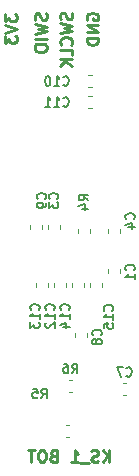
<source format=gbr>
G04 #@! TF.GenerationSoftware,KiCad,Pcbnew,(5.0.2)-1*
G04 #@! TF.CreationDate,2022-05-07T19:17:56+02:00*
G04 #@! TF.ProjectId,Pendrive_v1,50656e64-7269-4766-955f-76312e6b6963,rev?*
G04 #@! TF.SameCoordinates,Original*
G04 #@! TF.FileFunction,Legend,Bot*
G04 #@! TF.FilePolarity,Positive*
%FSLAX46Y46*%
G04 Gerber Fmt 4.6, Leading zero omitted, Abs format (unit mm)*
G04 Created by KiCad (PCBNEW (5.0.2)-1) date 07.05.2022 19:17:56*
%MOMM*%
%LPD*%
G01*
G04 APERTURE LIST*
%ADD10C,0.250000*%
%ADD11C,0.120000*%
%ADD12C,0.150000*%
G04 APERTURE END LIST*
D10*
X111880952Y-140952380D02*
X111880952Y-139952380D01*
X111309523Y-140952380D02*
X111738095Y-140380952D01*
X111309523Y-139952380D02*
X111880952Y-140523809D01*
X110928571Y-140904761D02*
X110785714Y-140952380D01*
X110547619Y-140952380D01*
X110452380Y-140904761D01*
X110404761Y-140857142D01*
X110357142Y-140761904D01*
X110357142Y-140666666D01*
X110404761Y-140571428D01*
X110452380Y-140523809D01*
X110547619Y-140476190D01*
X110738095Y-140428571D01*
X110833333Y-140380952D01*
X110880952Y-140333333D01*
X110928571Y-140238095D01*
X110928571Y-140142857D01*
X110880952Y-140047619D01*
X110833333Y-140000000D01*
X110738095Y-139952380D01*
X110500000Y-139952380D01*
X110357142Y-140000000D01*
X110166666Y-141047619D02*
X109404761Y-141047619D01*
X108642857Y-140952380D02*
X109214285Y-140952380D01*
X108928571Y-140952380D02*
X108928571Y-139952380D01*
X109023809Y-140095238D01*
X109119047Y-140190476D01*
X109214285Y-140238095D01*
X107119047Y-140428571D02*
X106976190Y-140476190D01*
X106928571Y-140523809D01*
X106880952Y-140619047D01*
X106880952Y-140761904D01*
X106928571Y-140857142D01*
X106976190Y-140904761D01*
X107071428Y-140952380D01*
X107452380Y-140952380D01*
X107452380Y-139952380D01*
X107119047Y-139952380D01*
X107023809Y-140000000D01*
X106976190Y-140047619D01*
X106928571Y-140142857D01*
X106928571Y-140238095D01*
X106976190Y-140333333D01*
X107023809Y-140380952D01*
X107119047Y-140428571D01*
X107452380Y-140428571D01*
X106261904Y-139952380D02*
X106071428Y-139952380D01*
X105976190Y-140000000D01*
X105880952Y-140095238D01*
X105833333Y-140285714D01*
X105833333Y-140619047D01*
X105880952Y-140809523D01*
X105976190Y-140904761D01*
X106071428Y-140952380D01*
X106261904Y-140952380D01*
X106357142Y-140904761D01*
X106452380Y-140809523D01*
X106500000Y-140619047D01*
X106500000Y-140285714D01*
X106452380Y-140095238D01*
X106357142Y-140000000D01*
X106261904Y-139952380D01*
X105547619Y-139952380D02*
X104976190Y-139952380D01*
X105261904Y-140952380D02*
X105261904Y-139952380D01*
X109990000Y-103505095D02*
X109942380Y-103409857D01*
X109942380Y-103267000D01*
X109990000Y-103124142D01*
X110085238Y-103028904D01*
X110180476Y-102981285D01*
X110370952Y-102933666D01*
X110513809Y-102933666D01*
X110704285Y-102981285D01*
X110799523Y-103028904D01*
X110894761Y-103124142D01*
X110942380Y-103267000D01*
X110942380Y-103362238D01*
X110894761Y-103505095D01*
X110847142Y-103552714D01*
X110513809Y-103552714D01*
X110513809Y-103362238D01*
X110942380Y-103981285D02*
X109942380Y-103981285D01*
X110942380Y-104552714D01*
X109942380Y-104552714D01*
X110942380Y-105028904D02*
X109942380Y-105028904D01*
X109942380Y-105267000D01*
X109990000Y-105409857D01*
X110085238Y-105505095D01*
X110180476Y-105552714D01*
X110370952Y-105600333D01*
X110513809Y-105600333D01*
X110704285Y-105552714D01*
X110799523Y-105505095D01*
X110894761Y-105409857D01*
X110942380Y-105267000D01*
X110942380Y-105028904D01*
X108672261Y-102894095D02*
X108719880Y-103036952D01*
X108719880Y-103275047D01*
X108672261Y-103370285D01*
X108624642Y-103417904D01*
X108529404Y-103465523D01*
X108434166Y-103465523D01*
X108338928Y-103417904D01*
X108291309Y-103370285D01*
X108243690Y-103275047D01*
X108196071Y-103084571D01*
X108148452Y-102989333D01*
X108100833Y-102941714D01*
X108005595Y-102894095D01*
X107910357Y-102894095D01*
X107815119Y-102941714D01*
X107767500Y-102989333D01*
X107719880Y-103084571D01*
X107719880Y-103322666D01*
X107767500Y-103465523D01*
X107719880Y-103798857D02*
X108719880Y-104036952D01*
X108005595Y-104227428D01*
X108719880Y-104417904D01*
X107719880Y-104656000D01*
X108624642Y-105608380D02*
X108672261Y-105560761D01*
X108719880Y-105417904D01*
X108719880Y-105322666D01*
X108672261Y-105179809D01*
X108577023Y-105084571D01*
X108481785Y-105036952D01*
X108291309Y-104989333D01*
X108148452Y-104989333D01*
X107957976Y-105036952D01*
X107862738Y-105084571D01*
X107767500Y-105179809D01*
X107719880Y-105322666D01*
X107719880Y-105417904D01*
X107767500Y-105560761D01*
X107815119Y-105608380D01*
X108719880Y-106513142D02*
X108719880Y-106036952D01*
X107719880Y-106036952D01*
X108719880Y-106846476D02*
X107719880Y-106846476D01*
X108719880Y-107417904D02*
X108148452Y-106989333D01*
X107719880Y-107417904D02*
X108291309Y-106846476D01*
X106513261Y-102965452D02*
X106560880Y-103108309D01*
X106560880Y-103346404D01*
X106513261Y-103441642D01*
X106465642Y-103489261D01*
X106370404Y-103536880D01*
X106275166Y-103536880D01*
X106179928Y-103489261D01*
X106132309Y-103441642D01*
X106084690Y-103346404D01*
X106037071Y-103155928D01*
X105989452Y-103060690D01*
X105941833Y-103013071D01*
X105846595Y-102965452D01*
X105751357Y-102965452D01*
X105656119Y-103013071D01*
X105608500Y-103060690D01*
X105560880Y-103155928D01*
X105560880Y-103394023D01*
X105608500Y-103536880D01*
X105560880Y-103870214D02*
X106560880Y-104108309D01*
X105846595Y-104298785D01*
X106560880Y-104489261D01*
X105560880Y-104727357D01*
X106560880Y-105108309D02*
X105560880Y-105108309D01*
X105560880Y-105774976D02*
X105560880Y-105965452D01*
X105608500Y-106060690D01*
X105703738Y-106155928D01*
X105894214Y-106203547D01*
X106227547Y-106203547D01*
X106418023Y-106155928D01*
X106513261Y-106060690D01*
X106560880Y-105965452D01*
X106560880Y-105774976D01*
X106513261Y-105679738D01*
X106418023Y-105584500D01*
X106227547Y-105536880D01*
X105894214Y-105536880D01*
X105703738Y-105584500D01*
X105608500Y-105679738D01*
X105560880Y-105774976D01*
X103020880Y-103028904D02*
X103020880Y-103647952D01*
X103401833Y-103314619D01*
X103401833Y-103457476D01*
X103449452Y-103552714D01*
X103497071Y-103600333D01*
X103592309Y-103647952D01*
X103830404Y-103647952D01*
X103925642Y-103600333D01*
X103973261Y-103552714D01*
X104020880Y-103457476D01*
X104020880Y-103171761D01*
X103973261Y-103076523D01*
X103925642Y-103028904D01*
X103020880Y-103933666D02*
X104020880Y-104267000D01*
X103020880Y-104600333D01*
X103020880Y-104838428D02*
X103020880Y-105457476D01*
X103401833Y-105124142D01*
X103401833Y-105267000D01*
X103449452Y-105362238D01*
X103497071Y-105409857D01*
X103592309Y-105457476D01*
X103830404Y-105457476D01*
X103925642Y-105409857D01*
X103973261Y-105362238D01*
X104020880Y-105267000D01*
X104020880Y-104981285D01*
X103973261Y-104886047D01*
X103925642Y-104838428D01*
D11*
G04 #@! TO.C,R5*
X108493779Y-138813000D02*
X108168221Y-138813000D01*
X108493779Y-137793000D02*
X108168221Y-137793000D01*
G04 #@! TO.C,R6*
X108747779Y-133983000D02*
X108422221Y-133983000D01*
X108747779Y-135003000D02*
X108422221Y-135003000D01*
G04 #@! TO.C,C12*
X108206000Y-126146779D02*
X108206000Y-125821221D01*
X107186000Y-126146779D02*
X107186000Y-125821221D01*
G04 #@! TO.C,C13*
X105662000Y-126146779D02*
X105662000Y-125821221D01*
X106682000Y-126146779D02*
X106682000Y-125821221D01*
G04 #@! TO.C,C14*
X109730000Y-126146779D02*
X109730000Y-125821221D01*
X108710000Y-126146779D02*
X108710000Y-125821221D01*
G04 #@! TO.C,C15*
X111254000Y-126146779D02*
X111254000Y-125821221D01*
X110234000Y-126146779D02*
X110234000Y-125821221D01*
G04 #@! TO.C,C11*
X110073221Y-109980000D02*
X110398779Y-109980000D01*
X110073221Y-111000000D02*
X110398779Y-111000000D01*
G04 #@! TO.C,C10*
X110073221Y-109222000D02*
X110398779Y-109222000D01*
X110073221Y-108202000D02*
X110398779Y-108202000D01*
G04 #@! TO.C,C9*
X106174000Y-121193779D02*
X106174000Y-120868221D01*
X105154000Y-121193779D02*
X105154000Y-120868221D01*
G04 #@! TO.C,R4*
X110238000Y-121574779D02*
X110238000Y-121249221D01*
X109218000Y-121574779D02*
X109218000Y-121249221D01*
G04 #@! TO.C,C8*
X108964000Y-130337779D02*
X108964000Y-130012221D01*
X109984000Y-130337779D02*
X109984000Y-130012221D01*
G04 #@! TO.C,C7*
X112994221Y-135257000D02*
X113319779Y-135257000D01*
X112994221Y-134237000D02*
X113319779Y-134237000D01*
G04 #@! TO.C,C4*
X112778000Y-121249221D02*
X112778000Y-121574779D01*
X111758000Y-121249221D02*
X111758000Y-121574779D01*
G04 #@! TO.C,C3*
X106678000Y-120868221D02*
X106678000Y-121193779D01*
X107698000Y-120868221D02*
X107698000Y-121193779D01*
G04 #@! TO.C,C1*
X112778000Y-124957779D02*
X112778000Y-124632221D01*
X111758000Y-124957779D02*
X111758000Y-124632221D01*
G04 #@! TO.C,R5*
D12*
X106114833Y-135553404D02*
X106381500Y-135172452D01*
X106571976Y-135553404D02*
X106571976Y-134753404D01*
X106267214Y-134753404D01*
X106191023Y-134791500D01*
X106152928Y-134829595D01*
X106114833Y-134905785D01*
X106114833Y-135020071D01*
X106152928Y-135096261D01*
X106191023Y-135134357D01*
X106267214Y-135172452D01*
X106571976Y-135172452D01*
X105391023Y-134753404D02*
X105771976Y-134753404D01*
X105810071Y-135134357D01*
X105771976Y-135096261D01*
X105695785Y-135058166D01*
X105505309Y-135058166D01*
X105429119Y-135096261D01*
X105391023Y-135134357D01*
X105352928Y-135210547D01*
X105352928Y-135401023D01*
X105391023Y-135477214D01*
X105429119Y-135515309D01*
X105505309Y-135553404D01*
X105695785Y-135553404D01*
X105771976Y-135515309D01*
X105810071Y-135477214D01*
G04 #@! TO.C,R6*
X108718333Y-133424904D02*
X108985000Y-133043952D01*
X109175476Y-133424904D02*
X109175476Y-132624904D01*
X108870714Y-132624904D01*
X108794523Y-132663000D01*
X108756428Y-132701095D01*
X108718333Y-132777285D01*
X108718333Y-132891571D01*
X108756428Y-132967761D01*
X108794523Y-133005857D01*
X108870714Y-133043952D01*
X109175476Y-133043952D01*
X108032619Y-132624904D02*
X108185000Y-132624904D01*
X108261190Y-132663000D01*
X108299285Y-132701095D01*
X108375476Y-132815380D01*
X108413571Y-132967761D01*
X108413571Y-133272523D01*
X108375476Y-133348714D01*
X108337380Y-133386809D01*
X108261190Y-133424904D01*
X108108809Y-133424904D01*
X108032619Y-133386809D01*
X107994523Y-133348714D01*
X107956428Y-133272523D01*
X107956428Y-133082047D01*
X107994523Y-133005857D01*
X108032619Y-132967761D01*
X108108809Y-132929666D01*
X108261190Y-132929666D01*
X108337380Y-132967761D01*
X108375476Y-133005857D01*
X108413571Y-133082047D01*
G04 #@! TO.C,C12*
X107156214Y-128073214D02*
X107194309Y-128035119D01*
X107232404Y-127920833D01*
X107232404Y-127844642D01*
X107194309Y-127730357D01*
X107118119Y-127654166D01*
X107041928Y-127616071D01*
X106889547Y-127577976D01*
X106775261Y-127577976D01*
X106622880Y-127616071D01*
X106546690Y-127654166D01*
X106470500Y-127730357D01*
X106432404Y-127844642D01*
X106432404Y-127920833D01*
X106470500Y-128035119D01*
X106508595Y-128073214D01*
X107232404Y-128835119D02*
X107232404Y-128377976D01*
X107232404Y-128606547D02*
X106432404Y-128606547D01*
X106546690Y-128530357D01*
X106622880Y-128454166D01*
X106660976Y-128377976D01*
X106508595Y-129139880D02*
X106470500Y-129177976D01*
X106432404Y-129254166D01*
X106432404Y-129444642D01*
X106470500Y-129520833D01*
X106508595Y-129558928D01*
X106584785Y-129597023D01*
X106660976Y-129597023D01*
X106775261Y-129558928D01*
X107232404Y-129101785D01*
X107232404Y-129597023D01*
G04 #@! TO.C,C13*
X105886214Y-128073214D02*
X105924309Y-128035119D01*
X105962404Y-127920833D01*
X105962404Y-127844642D01*
X105924309Y-127730357D01*
X105848119Y-127654166D01*
X105771928Y-127616071D01*
X105619547Y-127577976D01*
X105505261Y-127577976D01*
X105352880Y-127616071D01*
X105276690Y-127654166D01*
X105200500Y-127730357D01*
X105162404Y-127844642D01*
X105162404Y-127920833D01*
X105200500Y-128035119D01*
X105238595Y-128073214D01*
X105962404Y-128835119D02*
X105962404Y-128377976D01*
X105962404Y-128606547D02*
X105162404Y-128606547D01*
X105276690Y-128530357D01*
X105352880Y-128454166D01*
X105390976Y-128377976D01*
X105162404Y-129101785D02*
X105162404Y-129597023D01*
X105467166Y-129330357D01*
X105467166Y-129444642D01*
X105505261Y-129520833D01*
X105543357Y-129558928D01*
X105619547Y-129597023D01*
X105810023Y-129597023D01*
X105886214Y-129558928D01*
X105924309Y-129520833D01*
X105962404Y-129444642D01*
X105962404Y-129216071D01*
X105924309Y-129139880D01*
X105886214Y-129101785D01*
G04 #@! TO.C,C14*
X108426214Y-128073214D02*
X108464309Y-128035119D01*
X108502404Y-127920833D01*
X108502404Y-127844642D01*
X108464309Y-127730357D01*
X108388119Y-127654166D01*
X108311928Y-127616071D01*
X108159547Y-127577976D01*
X108045261Y-127577976D01*
X107892880Y-127616071D01*
X107816690Y-127654166D01*
X107740500Y-127730357D01*
X107702404Y-127844642D01*
X107702404Y-127920833D01*
X107740500Y-128035119D01*
X107778595Y-128073214D01*
X108502404Y-128835119D02*
X108502404Y-128377976D01*
X108502404Y-128606547D02*
X107702404Y-128606547D01*
X107816690Y-128530357D01*
X107892880Y-128454166D01*
X107930976Y-128377976D01*
X107969071Y-129520833D02*
X108502404Y-129520833D01*
X107664309Y-129330357D02*
X108235738Y-129139880D01*
X108235738Y-129635119D01*
G04 #@! TO.C,C15*
X112109214Y-128136714D02*
X112147309Y-128098619D01*
X112185404Y-127984333D01*
X112185404Y-127908142D01*
X112147309Y-127793857D01*
X112071119Y-127717666D01*
X111994928Y-127679571D01*
X111842547Y-127641476D01*
X111728261Y-127641476D01*
X111575880Y-127679571D01*
X111499690Y-127717666D01*
X111423500Y-127793857D01*
X111385404Y-127908142D01*
X111385404Y-127984333D01*
X111423500Y-128098619D01*
X111461595Y-128136714D01*
X112185404Y-128898619D02*
X112185404Y-128441476D01*
X112185404Y-128670047D02*
X111385404Y-128670047D01*
X111499690Y-128593857D01*
X111575880Y-128517666D01*
X111613976Y-128441476D01*
X111385404Y-129622428D02*
X111385404Y-129241476D01*
X111766357Y-129203380D01*
X111728261Y-129241476D01*
X111690166Y-129317666D01*
X111690166Y-129508142D01*
X111728261Y-129584333D01*
X111766357Y-129622428D01*
X111842547Y-129660523D01*
X112033023Y-129660523D01*
X112109214Y-129622428D01*
X112147309Y-129584333D01*
X112185404Y-129508142D01*
X112185404Y-129317666D01*
X112147309Y-129241476D01*
X112109214Y-129203380D01*
G04 #@! TO.C,C11*
X107956285Y-110775714D02*
X107994380Y-110813809D01*
X108108666Y-110851904D01*
X108184857Y-110851904D01*
X108299142Y-110813809D01*
X108375333Y-110737619D01*
X108413428Y-110661428D01*
X108451523Y-110509047D01*
X108451523Y-110394761D01*
X108413428Y-110242380D01*
X108375333Y-110166190D01*
X108299142Y-110090000D01*
X108184857Y-110051904D01*
X108108666Y-110051904D01*
X107994380Y-110090000D01*
X107956285Y-110128095D01*
X107194380Y-110851904D02*
X107651523Y-110851904D01*
X107422952Y-110851904D02*
X107422952Y-110051904D01*
X107499142Y-110166190D01*
X107575333Y-110242380D01*
X107651523Y-110280476D01*
X106432476Y-110851904D02*
X106889619Y-110851904D01*
X106661047Y-110851904D02*
X106661047Y-110051904D01*
X106737238Y-110166190D01*
X106813428Y-110242380D01*
X106889619Y-110280476D01*
G04 #@! TO.C,C10*
X107956285Y-108997714D02*
X107994380Y-109035809D01*
X108108666Y-109073904D01*
X108184857Y-109073904D01*
X108299142Y-109035809D01*
X108375333Y-108959619D01*
X108413428Y-108883428D01*
X108451523Y-108731047D01*
X108451523Y-108616761D01*
X108413428Y-108464380D01*
X108375333Y-108388190D01*
X108299142Y-108312000D01*
X108184857Y-108273904D01*
X108108666Y-108273904D01*
X107994380Y-108312000D01*
X107956285Y-108350095D01*
X107194380Y-109073904D02*
X107651523Y-109073904D01*
X107422952Y-109073904D02*
X107422952Y-108273904D01*
X107499142Y-108388190D01*
X107575333Y-108464380D01*
X107651523Y-108502476D01*
X106699142Y-108273904D02*
X106622952Y-108273904D01*
X106546761Y-108312000D01*
X106508666Y-108350095D01*
X106470571Y-108426285D01*
X106432476Y-108578666D01*
X106432476Y-108769142D01*
X106470571Y-108921523D01*
X106508666Y-108997714D01*
X106546761Y-109035809D01*
X106622952Y-109073904D01*
X106699142Y-109073904D01*
X106775333Y-109035809D01*
X106813428Y-108997714D01*
X106851523Y-108921523D01*
X106889619Y-108769142D01*
X106889619Y-108578666D01*
X106851523Y-108426285D01*
X106813428Y-108350095D01*
X106775333Y-108312000D01*
X106699142Y-108273904D01*
G04 #@! TO.C,C9*
X106457714Y-118675166D02*
X106495809Y-118637071D01*
X106533904Y-118522785D01*
X106533904Y-118446595D01*
X106495809Y-118332309D01*
X106419619Y-118256119D01*
X106343428Y-118218023D01*
X106191047Y-118179928D01*
X106076761Y-118179928D01*
X105924380Y-118218023D01*
X105848190Y-118256119D01*
X105772000Y-118332309D01*
X105733904Y-118446595D01*
X105733904Y-118522785D01*
X105772000Y-118637071D01*
X105810095Y-118675166D01*
X106533904Y-119056119D02*
X106533904Y-119208500D01*
X106495809Y-119284690D01*
X106457714Y-119322785D01*
X106343428Y-119398976D01*
X106191047Y-119437071D01*
X105886285Y-119437071D01*
X105810095Y-119398976D01*
X105772000Y-119360880D01*
X105733904Y-119284690D01*
X105733904Y-119132309D01*
X105772000Y-119056119D01*
X105810095Y-119018023D01*
X105886285Y-118979928D01*
X106076761Y-118979928D01*
X106152952Y-119018023D01*
X106191047Y-119056119D01*
X106229142Y-119132309D01*
X106229142Y-119284690D01*
X106191047Y-119360880D01*
X106152952Y-119398976D01*
X106076761Y-119437071D01*
G04 #@! TO.C,R4*
X110089904Y-118802166D02*
X109708952Y-118535500D01*
X110089904Y-118345023D02*
X109289904Y-118345023D01*
X109289904Y-118649785D01*
X109328000Y-118725976D01*
X109366095Y-118764071D01*
X109442285Y-118802166D01*
X109556571Y-118802166D01*
X109632761Y-118764071D01*
X109670857Y-118725976D01*
X109708952Y-118649785D01*
X109708952Y-118345023D01*
X109556571Y-119487880D02*
X110089904Y-119487880D01*
X109251809Y-119297404D02*
X109823238Y-119106928D01*
X109823238Y-119602166D01*
G04 #@! TO.C,C8*
X111156714Y-130232166D02*
X111194809Y-130194071D01*
X111232904Y-130079785D01*
X111232904Y-130003595D01*
X111194809Y-129889309D01*
X111118619Y-129813119D01*
X111042428Y-129775023D01*
X110890047Y-129736928D01*
X110775761Y-129736928D01*
X110623380Y-129775023D01*
X110547190Y-129813119D01*
X110471000Y-129889309D01*
X110432904Y-130003595D01*
X110432904Y-130079785D01*
X110471000Y-130194071D01*
X110509095Y-130232166D01*
X110775761Y-130689309D02*
X110737666Y-130613119D01*
X110699571Y-130575023D01*
X110623380Y-130536928D01*
X110585285Y-130536928D01*
X110509095Y-130575023D01*
X110471000Y-130613119D01*
X110432904Y-130689309D01*
X110432904Y-130841690D01*
X110471000Y-130917880D01*
X110509095Y-130955976D01*
X110585285Y-130994071D01*
X110623380Y-130994071D01*
X110699571Y-130955976D01*
X110737666Y-130917880D01*
X110775761Y-130841690D01*
X110775761Y-130689309D01*
X110813857Y-130613119D01*
X110851952Y-130575023D01*
X110928142Y-130536928D01*
X111080523Y-130536928D01*
X111156714Y-130575023D01*
X111194809Y-130613119D01*
X111232904Y-130689309D01*
X111232904Y-130841690D01*
X111194809Y-130917880D01*
X111156714Y-130955976D01*
X111080523Y-130994071D01*
X110928142Y-130994071D01*
X110851952Y-130955976D01*
X110813857Y-130917880D01*
X110775761Y-130841690D01*
G04 #@! TO.C,C7*
X113290333Y-133635714D02*
X113328428Y-133673809D01*
X113442714Y-133711904D01*
X113518904Y-133711904D01*
X113633190Y-133673809D01*
X113709380Y-133597619D01*
X113747476Y-133521428D01*
X113785571Y-133369047D01*
X113785571Y-133254761D01*
X113747476Y-133102380D01*
X113709380Y-133026190D01*
X113633190Y-132950000D01*
X113518904Y-132911904D01*
X113442714Y-132911904D01*
X113328428Y-132950000D01*
X113290333Y-132988095D01*
X113023666Y-132911904D02*
X112490333Y-132911904D01*
X112833190Y-133711904D01*
G04 #@! TO.C,C4*
X113950714Y-120389666D02*
X113988809Y-120351571D01*
X114026904Y-120237285D01*
X114026904Y-120161095D01*
X113988809Y-120046809D01*
X113912619Y-119970619D01*
X113836428Y-119932523D01*
X113684047Y-119894428D01*
X113569761Y-119894428D01*
X113417380Y-119932523D01*
X113341190Y-119970619D01*
X113265000Y-120046809D01*
X113226904Y-120161095D01*
X113226904Y-120237285D01*
X113265000Y-120351571D01*
X113303095Y-120389666D01*
X113493571Y-121075380D02*
X114026904Y-121075380D01*
X113188809Y-120884904D02*
X113760238Y-120694428D01*
X113760238Y-121189666D01*
G04 #@! TO.C,C3*
X107480713Y-118675166D02*
X107518808Y-118637071D01*
X107556903Y-118522785D01*
X107556903Y-118446595D01*
X107518808Y-118332309D01*
X107442618Y-118256119D01*
X107366427Y-118218023D01*
X107214046Y-118179928D01*
X107099760Y-118179928D01*
X106947379Y-118218023D01*
X106871189Y-118256119D01*
X106794999Y-118332309D01*
X106756903Y-118446595D01*
X106756903Y-118522785D01*
X106794999Y-118637071D01*
X106833094Y-118675166D01*
X106756903Y-118941833D02*
X106756903Y-119437071D01*
X107061665Y-119170404D01*
X107061665Y-119284690D01*
X107099760Y-119360880D01*
X107137856Y-119398976D01*
X107214046Y-119437071D01*
X107404522Y-119437071D01*
X107480713Y-119398976D01*
X107518808Y-119360880D01*
X107556903Y-119284690D01*
X107556903Y-119056119D01*
X107518808Y-118979928D01*
X107480713Y-118941833D01*
G04 #@! TO.C,C1*
X113950714Y-124725166D02*
X113988809Y-124687071D01*
X114026904Y-124572785D01*
X114026904Y-124496595D01*
X113988809Y-124382309D01*
X113912619Y-124306119D01*
X113836428Y-124268023D01*
X113684047Y-124229928D01*
X113569761Y-124229928D01*
X113417380Y-124268023D01*
X113341190Y-124306119D01*
X113265000Y-124382309D01*
X113226904Y-124496595D01*
X113226904Y-124572785D01*
X113265000Y-124687071D01*
X113303095Y-124725166D01*
X114026904Y-125487071D02*
X114026904Y-125029928D01*
X114026904Y-125258500D02*
X113226904Y-125258500D01*
X113341190Y-125182309D01*
X113417380Y-125106119D01*
X113455476Y-125029928D01*
G04 #@! TD*
M02*

</source>
